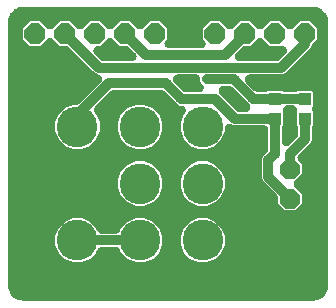
<source format=gbr>
G04 EAGLE Gerber RS-274X export*
G75*
%MOMM*%
%FSLAX34Y34*%
%LPD*%
%INTop Copper*%
%IPPOS*%
%AMOC8*
5,1,8,0,0,1.08239X$1,22.5*%
G01*
%ADD10P,1.814519X8X292.500000*%
%ADD11R,1.100000X1.000000*%
%ADD12P,1.924489X8X112.500000*%
%ADD13C,3.450000*%
%ADD14C,0.812800*%
%ADD15C,0.600000*%

G36*
X261137Y2520D02*
X261137Y2520D01*
X261258Y2520D01*
X262951Y2687D01*
X263152Y2721D01*
X263353Y2747D01*
X263415Y2766D01*
X263513Y2782D01*
X264055Y2956D01*
X264085Y2970D01*
X264108Y2977D01*
X267235Y4272D01*
X267340Y4325D01*
X267450Y4369D01*
X267595Y4452D01*
X267745Y4527D01*
X267842Y4594D01*
X267944Y4652D01*
X268033Y4725D01*
X268214Y4850D01*
X268463Y5079D01*
X268553Y5153D01*
X270947Y7547D01*
X271024Y7636D01*
X271109Y7718D01*
X271211Y7851D01*
X271321Y7977D01*
X271385Y8076D01*
X271457Y8169D01*
X271511Y8270D01*
X271630Y8455D01*
X271773Y8762D01*
X271828Y8865D01*
X273123Y11992D01*
X273188Y12186D01*
X273260Y12376D01*
X273272Y12439D01*
X273304Y12533D01*
X273407Y13093D01*
X273408Y13126D01*
X273413Y13149D01*
X273580Y14842D01*
X273587Y15119D01*
X273599Y15240D01*
X273599Y238660D01*
X273580Y238937D01*
X273580Y239058D01*
X273413Y240751D01*
X273379Y240952D01*
X273353Y241153D01*
X273334Y241215D01*
X273318Y241313D01*
X273144Y241855D01*
X273130Y241885D01*
X273123Y241908D01*
X271828Y245035D01*
X271775Y245140D01*
X271731Y245250D01*
X271648Y245395D01*
X271573Y245545D01*
X271506Y245642D01*
X271448Y245744D01*
X271375Y245833D01*
X271250Y246014D01*
X271021Y246263D01*
X270947Y246353D01*
X268553Y248747D01*
X268464Y248824D01*
X268382Y248909D01*
X268249Y249011D01*
X268123Y249121D01*
X268024Y249185D01*
X267931Y249257D01*
X267830Y249311D01*
X267645Y249430D01*
X267338Y249573D01*
X267235Y249628D01*
X264108Y250923D01*
X263914Y250988D01*
X263724Y251060D01*
X263661Y251072D01*
X263567Y251104D01*
X263007Y251207D01*
X262974Y251208D01*
X262951Y251213D01*
X261258Y251380D01*
X260981Y251387D01*
X260860Y251399D01*
X15240Y251399D01*
X14963Y251380D01*
X14842Y251380D01*
X13149Y251213D01*
X12948Y251179D01*
X12747Y251153D01*
X12685Y251134D01*
X12587Y251118D01*
X12045Y250944D01*
X12015Y250930D01*
X11992Y250923D01*
X8865Y249628D01*
X8760Y249575D01*
X8650Y249531D01*
X8505Y249448D01*
X8355Y249373D01*
X8258Y249306D01*
X8156Y249248D01*
X8067Y249175D01*
X7886Y249050D01*
X7637Y248821D01*
X7547Y248747D01*
X5153Y246353D01*
X5076Y246264D01*
X4991Y246182D01*
X4889Y246049D01*
X4779Y245923D01*
X4715Y245824D01*
X4643Y245731D01*
X4589Y245630D01*
X4470Y245445D01*
X4327Y245138D01*
X4272Y245035D01*
X2977Y241908D01*
X2912Y241714D01*
X2840Y241524D01*
X2828Y241461D01*
X2796Y241367D01*
X2693Y240807D01*
X2692Y240774D01*
X2687Y240751D01*
X2520Y239058D01*
X2513Y238781D01*
X2501Y238660D01*
X2501Y15240D01*
X2520Y14963D01*
X2520Y14842D01*
X2687Y13149D01*
X2721Y12948D01*
X2747Y12747D01*
X2766Y12685D01*
X2782Y12587D01*
X2956Y12045D01*
X2970Y12015D01*
X2977Y11992D01*
X4272Y8865D01*
X4325Y8760D01*
X4369Y8650D01*
X4452Y8505D01*
X4527Y8355D01*
X4594Y8258D01*
X4652Y8156D01*
X4725Y8067D01*
X4850Y7886D01*
X5079Y7637D01*
X5153Y7547D01*
X7547Y5153D01*
X7636Y5076D01*
X7718Y4991D01*
X7850Y4889D01*
X7977Y4779D01*
X8076Y4715D01*
X8169Y4643D01*
X8270Y4589D01*
X8455Y4470D01*
X8762Y4327D01*
X8865Y4272D01*
X11992Y2977D01*
X12186Y2912D01*
X12376Y2840D01*
X12439Y2828D01*
X12533Y2796D01*
X13093Y2693D01*
X13126Y2692D01*
X13149Y2687D01*
X14842Y2520D01*
X15119Y2513D01*
X15240Y2501D01*
X260860Y2501D01*
X261137Y2520D01*
G37*
%LPC*%
G36*
X237206Y79017D02*
X237206Y79017D01*
X231417Y84806D01*
X231417Y89230D01*
X231413Y89290D01*
X231415Y89351D01*
X231393Y89574D01*
X231377Y89798D01*
X231365Y89858D01*
X231359Y89917D01*
X231305Y90136D01*
X231258Y90356D01*
X231238Y90412D01*
X231223Y90471D01*
X231140Y90680D01*
X231062Y90891D01*
X231034Y90944D01*
X231012Y91000D01*
X230900Y91195D01*
X230794Y91393D01*
X230758Y91442D01*
X230728Y91494D01*
X230653Y91585D01*
X230457Y91853D01*
X230300Y92014D01*
X230227Y92103D01*
X218040Y104290D01*
X217193Y106335D01*
X217193Y122265D01*
X218040Y124310D01*
X221845Y128115D01*
X221885Y128160D01*
X221929Y128201D01*
X222071Y128375D01*
X222219Y128545D01*
X222252Y128596D01*
X222290Y128642D01*
X222407Y128835D01*
X222529Y129023D01*
X222554Y129078D01*
X222585Y129130D01*
X222674Y129336D01*
X222769Y129540D01*
X222786Y129598D01*
X222810Y129653D01*
X222868Y129870D01*
X222934Y130085D01*
X222943Y130145D01*
X222959Y130203D01*
X222970Y130320D01*
X223021Y130648D01*
X223024Y130873D01*
X223035Y130988D01*
X223035Y146972D01*
X223019Y147201D01*
X223009Y147432D01*
X222999Y147486D01*
X222995Y147540D01*
X222947Y147766D01*
X222905Y147992D01*
X222888Y148044D01*
X222876Y148098D01*
X222797Y148314D01*
X222724Y148532D01*
X222699Y148581D01*
X222680Y148633D01*
X222572Y148836D01*
X222469Y149041D01*
X222438Y149087D01*
X222412Y149135D01*
X222276Y149321D01*
X222145Y149510D01*
X222108Y149551D01*
X222075Y149595D01*
X221915Y149760D01*
X221759Y149929D01*
X221716Y149964D01*
X221678Y150003D01*
X221496Y150144D01*
X221318Y150290D01*
X221270Y150318D01*
X221227Y150352D01*
X221027Y150466D01*
X220830Y150585D01*
X220780Y150607D01*
X220732Y150634D01*
X220518Y150719D01*
X220307Y150810D01*
X220254Y150824D01*
X220203Y150844D01*
X219978Y150899D01*
X219757Y150959D01*
X219713Y150963D01*
X219649Y150979D01*
X219082Y151034D01*
X219016Y151031D01*
X218972Y151035D01*
X193575Y151035D01*
X191669Y151825D01*
X191505Y151880D01*
X191345Y151943D01*
X191235Y151970D01*
X191129Y152005D01*
X190959Y152037D01*
X190791Y152077D01*
X190679Y152088D01*
X190568Y152109D01*
X190396Y152116D01*
X190224Y152133D01*
X190111Y152128D01*
X189999Y152133D01*
X189827Y152116D01*
X189654Y152108D01*
X189544Y152088D01*
X189432Y152076D01*
X189264Y152036D01*
X189094Y152004D01*
X188988Y151968D01*
X188878Y151942D01*
X188718Y151878D01*
X188554Y151823D01*
X188453Y151772D01*
X188349Y151731D01*
X188199Y151645D01*
X188045Y151568D01*
X187952Y151504D01*
X187854Y151448D01*
X187718Y151342D01*
X187576Y151244D01*
X187493Y151167D01*
X187404Y151099D01*
X187284Y150975D01*
X187157Y150858D01*
X187086Y150770D01*
X187007Y150690D01*
X186906Y150550D01*
X186796Y150416D01*
X186738Y150320D01*
X186671Y150229D01*
X186590Y150077D01*
X186501Y149929D01*
X186456Y149826D01*
X186403Y149727D01*
X186344Y149564D01*
X186276Y149406D01*
X186247Y149297D01*
X186208Y149191D01*
X186172Y149022D01*
X186127Y148856D01*
X186119Y148771D01*
X186090Y148634D01*
X186052Y148084D01*
X186051Y148071D01*
X186051Y145870D01*
X183196Y138979D01*
X177921Y133704D01*
X171030Y130849D01*
X163570Y130849D01*
X156679Y133704D01*
X151404Y138979D01*
X148549Y145870D01*
X148549Y153330D01*
X151404Y160221D01*
X151909Y160727D01*
X151985Y160814D01*
X152067Y160894D01*
X152172Y161029D01*
X152283Y161157D01*
X152346Y161254D01*
X152416Y161345D01*
X152500Y161493D01*
X152593Y161635D01*
X152641Y161740D01*
X152698Y161840D01*
X152761Y161998D01*
X152833Y162152D01*
X152866Y162262D01*
X152909Y162369D01*
X152949Y162535D01*
X152998Y162697D01*
X153016Y162811D01*
X153043Y162923D01*
X153059Y163092D01*
X153085Y163260D01*
X153087Y163375D01*
X153098Y163490D01*
X153091Y163660D01*
X153093Y163830D01*
X153078Y163944D01*
X153073Y164060D01*
X153042Y164227D01*
X153021Y164395D01*
X152990Y164507D01*
X152969Y164620D01*
X152915Y164781D01*
X152870Y164945D01*
X152825Y165051D01*
X152788Y165160D01*
X152712Y165312D01*
X152645Y165468D01*
X152585Y165566D01*
X152533Y165669D01*
X152436Y165809D01*
X152348Y165954D01*
X152275Y166043D01*
X152209Y166138D01*
X152094Y166263D01*
X151986Y166395D01*
X151901Y166472D01*
X151823Y166557D01*
X151691Y166665D01*
X151566Y166780D01*
X151471Y166845D01*
X151382Y166918D01*
X151236Y167006D01*
X151096Y167102D01*
X150993Y167154D01*
X150895Y167213D01*
X150738Y167280D01*
X150586Y167356D01*
X150477Y167392D01*
X150371Y167438D01*
X150207Y167482D01*
X150046Y167536D01*
X149932Y167557D01*
X149821Y167587D01*
X149706Y167598D01*
X149485Y167638D01*
X149153Y167652D01*
X149036Y167663D01*
X148245Y167663D01*
X146200Y168510D01*
X135029Y179681D01*
X134984Y179721D01*
X134943Y179765D01*
X134769Y179907D01*
X134599Y180055D01*
X134548Y180088D01*
X134502Y180126D01*
X134309Y180243D01*
X134121Y180365D01*
X134066Y180390D01*
X134014Y180421D01*
X133808Y180510D01*
X133604Y180605D01*
X133546Y180622D01*
X133491Y180646D01*
X133274Y180704D01*
X133059Y180770D01*
X132999Y180779D01*
X132941Y180795D01*
X132824Y180806D01*
X132496Y180857D01*
X132271Y180860D01*
X132156Y180871D01*
X92126Y180871D01*
X92066Y180867D01*
X92005Y180869D01*
X91782Y180847D01*
X91558Y180831D01*
X91498Y180819D01*
X91439Y180813D01*
X91220Y180759D01*
X91000Y180712D01*
X90944Y180692D01*
X90885Y180677D01*
X90676Y180594D01*
X90465Y180516D01*
X90412Y180488D01*
X90356Y180466D01*
X90161Y180354D01*
X89963Y180248D01*
X89914Y180212D01*
X89862Y180182D01*
X89771Y180107D01*
X89503Y179911D01*
X89342Y179754D01*
X89253Y179681D01*
X76368Y166796D01*
X76217Y166622D01*
X76061Y166453D01*
X76030Y166407D01*
X75994Y166366D01*
X75869Y166173D01*
X75739Y165983D01*
X75714Y165934D01*
X75684Y165888D01*
X75587Y165679D01*
X75485Y165473D01*
X75468Y165421D01*
X75444Y165371D01*
X75377Y165150D01*
X75305Y164932D01*
X75295Y164878D01*
X75279Y164826D01*
X75244Y164598D01*
X75203Y164372D01*
X75200Y164317D01*
X75192Y164262D01*
X75189Y164033D01*
X75179Y163802D01*
X75185Y163748D01*
X75184Y163693D01*
X75213Y163464D01*
X75236Y163235D01*
X75249Y163182D01*
X75256Y163128D01*
X75317Y162905D01*
X75372Y162682D01*
X75392Y162631D01*
X75407Y162578D01*
X75498Y162366D01*
X75583Y162153D01*
X75611Y162105D01*
X75633Y162055D01*
X75753Y161858D01*
X75867Y161659D01*
X75895Y161624D01*
X75929Y161568D01*
X76291Y161128D01*
X76339Y161084D01*
X76368Y161050D01*
X77196Y160221D01*
X80051Y153330D01*
X80051Y145870D01*
X77196Y138979D01*
X71921Y133704D01*
X65030Y130849D01*
X57570Y130849D01*
X50679Y133704D01*
X45404Y138979D01*
X42549Y145870D01*
X42549Y153330D01*
X45404Y160221D01*
X50679Y165496D01*
X57570Y168351D01*
X60500Y168351D01*
X60560Y168355D01*
X60620Y168353D01*
X60844Y168375D01*
X61068Y168391D01*
X61128Y168403D01*
X61187Y168409D01*
X61406Y168463D01*
X61626Y168510D01*
X61682Y168530D01*
X61741Y168545D01*
X61950Y168628D01*
X62161Y168706D01*
X62214Y168734D01*
X62270Y168756D01*
X62465Y168868D01*
X62663Y168974D01*
X62712Y169010D01*
X62764Y169040D01*
X62855Y169115D01*
X63123Y169311D01*
X63284Y169468D01*
X63373Y169541D01*
X80975Y187143D01*
X81051Y187230D01*
X81133Y187310D01*
X81237Y187445D01*
X81349Y187573D01*
X81412Y187670D01*
X81482Y187761D01*
X81566Y187909D01*
X81659Y188051D01*
X81707Y188156D01*
X81764Y188256D01*
X81827Y188414D01*
X81899Y188568D01*
X81932Y188678D01*
X81974Y188785D01*
X82014Y188951D01*
X82064Y189113D01*
X82081Y189227D01*
X82109Y189339D01*
X82125Y189509D01*
X82151Y189676D01*
X82153Y189791D01*
X82164Y189906D01*
X82156Y190076D01*
X82159Y190246D01*
X82144Y190360D01*
X82139Y190476D01*
X82108Y190643D01*
X82087Y190811D01*
X82056Y190923D01*
X82035Y191036D01*
X81981Y191197D01*
X81936Y191361D01*
X81891Y191467D01*
X81854Y191576D01*
X81778Y191728D01*
X81710Y191884D01*
X81650Y191982D01*
X81599Y192085D01*
X81502Y192225D01*
X81414Y192370D01*
X81340Y192459D01*
X81275Y192554D01*
X81160Y192679D01*
X81052Y192811D01*
X80967Y192888D01*
X80889Y192973D01*
X80757Y193081D01*
X80632Y193196D01*
X80537Y193261D01*
X80448Y193334D01*
X80302Y193422D01*
X80162Y193518D01*
X80059Y193570D01*
X79960Y193629D01*
X79804Y193696D01*
X79652Y193772D01*
X79542Y193808D01*
X79437Y193854D01*
X79273Y193898D01*
X79111Y193952D01*
X78998Y193973D01*
X78887Y194003D01*
X78817Y194010D01*
X76604Y194926D01*
X74467Y197063D01*
X54511Y217019D01*
X54466Y217059D01*
X54425Y217103D01*
X54251Y217245D01*
X54081Y217393D01*
X54030Y217426D01*
X53984Y217464D01*
X53791Y217581D01*
X53603Y217703D01*
X53548Y217728D01*
X53496Y217759D01*
X53290Y217848D01*
X53086Y217943D01*
X53028Y217960D01*
X52973Y217984D01*
X52756Y218042D01*
X52541Y218108D01*
X52481Y218117D01*
X52423Y218133D01*
X52306Y218144D01*
X51978Y218195D01*
X51753Y218198D01*
X51638Y218209D01*
X46496Y218209D01*
X40973Y223732D01*
X40799Y223883D01*
X40630Y224039D01*
X40584Y224070D01*
X40543Y224106D01*
X40350Y224231D01*
X40160Y224361D01*
X40111Y224386D01*
X40065Y224416D01*
X39856Y224513D01*
X39650Y224615D01*
X39598Y224632D01*
X39548Y224656D01*
X39327Y224722D01*
X39109Y224795D01*
X39055Y224805D01*
X39003Y224821D01*
X38775Y224856D01*
X38549Y224897D01*
X38494Y224900D01*
X38440Y224908D01*
X38210Y224911D01*
X37979Y224920D01*
X37925Y224915D01*
X37870Y224916D01*
X37641Y224887D01*
X37412Y224864D01*
X37359Y224851D01*
X37305Y224844D01*
X37082Y224783D01*
X36859Y224728D01*
X36808Y224708D01*
X36755Y224693D01*
X36544Y224602D01*
X36330Y224517D01*
X36282Y224489D01*
X36232Y224467D01*
X36035Y224348D01*
X35836Y224233D01*
X35802Y224205D01*
X35746Y224171D01*
X35305Y223809D01*
X35261Y223760D01*
X35227Y223732D01*
X29704Y218209D01*
X21096Y218209D01*
X15009Y224296D01*
X15009Y232904D01*
X21096Y238991D01*
X29704Y238991D01*
X35227Y233468D01*
X35401Y233317D01*
X35570Y233161D01*
X35616Y233130D01*
X35657Y233094D01*
X35850Y232969D01*
X36040Y232839D01*
X36089Y232814D01*
X36135Y232784D01*
X36344Y232687D01*
X36550Y232585D01*
X36602Y232568D01*
X36652Y232544D01*
X36872Y232478D01*
X37091Y232405D01*
X37145Y232395D01*
X37197Y232379D01*
X37424Y232344D01*
X37651Y232303D01*
X37706Y232300D01*
X37760Y232292D01*
X37990Y232289D01*
X38221Y232280D01*
X38275Y232285D01*
X38330Y232284D01*
X38558Y232313D01*
X38787Y232336D01*
X38841Y232349D01*
X38895Y232356D01*
X39118Y232417D01*
X39341Y232472D01*
X39392Y232492D01*
X39445Y232507D01*
X39656Y232598D01*
X39870Y232683D01*
X39918Y232711D01*
X39968Y232733D01*
X40165Y232852D01*
X40364Y232967D01*
X40398Y232995D01*
X40454Y233029D01*
X40895Y233391D01*
X40939Y233440D01*
X40973Y233468D01*
X46496Y238991D01*
X55104Y238991D01*
X60627Y233468D01*
X60801Y233317D01*
X60970Y233161D01*
X61016Y233130D01*
X61057Y233094D01*
X61250Y232969D01*
X61440Y232839D01*
X61489Y232814D01*
X61535Y232784D01*
X61744Y232687D01*
X61950Y232585D01*
X62002Y232568D01*
X62052Y232544D01*
X62272Y232478D01*
X62491Y232405D01*
X62545Y232395D01*
X62597Y232379D01*
X62824Y232344D01*
X63051Y232303D01*
X63106Y232300D01*
X63160Y232292D01*
X63390Y232289D01*
X63621Y232280D01*
X63675Y232285D01*
X63730Y232284D01*
X63958Y232313D01*
X64187Y232336D01*
X64241Y232349D01*
X64295Y232356D01*
X64518Y232417D01*
X64741Y232472D01*
X64792Y232492D01*
X64845Y232507D01*
X65056Y232598D01*
X65270Y232683D01*
X65318Y232711D01*
X65368Y232733D01*
X65565Y232852D01*
X65764Y232967D01*
X65798Y232995D01*
X65854Y233029D01*
X66295Y233391D01*
X66339Y233440D01*
X66373Y233468D01*
X71896Y238991D01*
X80504Y238991D01*
X86027Y233468D01*
X86201Y233317D01*
X86370Y233161D01*
X86416Y233130D01*
X86457Y233094D01*
X86650Y232969D01*
X86840Y232839D01*
X86889Y232814D01*
X86935Y232784D01*
X87144Y232687D01*
X87350Y232585D01*
X87402Y232568D01*
X87452Y232544D01*
X87672Y232478D01*
X87891Y232405D01*
X87945Y232395D01*
X87997Y232379D01*
X88224Y232344D01*
X88451Y232303D01*
X88506Y232300D01*
X88560Y232292D01*
X88790Y232289D01*
X89021Y232280D01*
X89075Y232285D01*
X89130Y232284D01*
X89358Y232313D01*
X89587Y232336D01*
X89641Y232349D01*
X89695Y232356D01*
X89918Y232417D01*
X90141Y232472D01*
X90192Y232492D01*
X90245Y232507D01*
X90456Y232598D01*
X90670Y232683D01*
X90718Y232711D01*
X90768Y232733D01*
X90965Y232852D01*
X91164Y232967D01*
X91198Y232995D01*
X91254Y233029D01*
X91695Y233391D01*
X91739Y233440D01*
X91773Y233468D01*
X97296Y238991D01*
X105904Y238991D01*
X111427Y233468D01*
X111601Y233317D01*
X111770Y233161D01*
X111816Y233130D01*
X111857Y233094D01*
X112050Y232969D01*
X112240Y232839D01*
X112289Y232814D01*
X112335Y232784D01*
X112544Y232687D01*
X112750Y232585D01*
X112802Y232568D01*
X112852Y232544D01*
X113072Y232478D01*
X113291Y232405D01*
X113345Y232395D01*
X113397Y232379D01*
X113624Y232344D01*
X113851Y232303D01*
X113906Y232300D01*
X113960Y232292D01*
X114190Y232289D01*
X114421Y232280D01*
X114475Y232285D01*
X114530Y232284D01*
X114758Y232313D01*
X114987Y232336D01*
X115041Y232349D01*
X115095Y232356D01*
X115318Y232417D01*
X115541Y232472D01*
X115592Y232492D01*
X115645Y232507D01*
X115856Y232598D01*
X116070Y232683D01*
X116118Y232711D01*
X116168Y232733D01*
X116365Y232852D01*
X116564Y232967D01*
X116598Y232995D01*
X116654Y233029D01*
X117095Y233391D01*
X117139Y233440D01*
X117173Y233468D01*
X122696Y238991D01*
X131304Y238991D01*
X137391Y232904D01*
X137391Y224296D01*
X136162Y223067D01*
X136086Y222980D01*
X136004Y222900D01*
X135899Y222765D01*
X135788Y222637D01*
X135726Y222540D01*
X135655Y222449D01*
X135571Y222302D01*
X135478Y222159D01*
X135430Y222054D01*
X135373Y221954D01*
X135310Y221796D01*
X135238Y221642D01*
X135205Y221532D01*
X135163Y221425D01*
X135122Y221259D01*
X135073Y221097D01*
X135056Y220983D01*
X135028Y220871D01*
X135012Y220701D01*
X134986Y220534D01*
X134984Y220419D01*
X134973Y220304D01*
X134981Y220134D01*
X134978Y219964D01*
X134993Y219850D01*
X134998Y219734D01*
X135029Y219567D01*
X135050Y219399D01*
X135081Y219287D01*
X135102Y219174D01*
X135156Y219013D01*
X135201Y218849D01*
X135246Y218743D01*
X135283Y218634D01*
X135359Y218482D01*
X135427Y218326D01*
X135487Y218228D01*
X135538Y218125D01*
X135635Y217985D01*
X135723Y217840D01*
X135797Y217751D01*
X135862Y217656D01*
X135977Y217531D01*
X136085Y217399D01*
X136170Y217322D01*
X136248Y217237D01*
X136380Y217129D01*
X136505Y217014D01*
X136600Y216949D01*
X136689Y216876D01*
X136835Y216788D01*
X136975Y216692D01*
X137078Y216640D01*
X137177Y216581D01*
X137333Y216514D01*
X137485Y216438D01*
X137595Y216402D01*
X137700Y216356D01*
X137864Y216312D01*
X138026Y216258D01*
X138139Y216237D01*
X138250Y216207D01*
X138365Y216196D01*
X138586Y216156D01*
X138918Y216142D01*
X139035Y216131D01*
X165765Y216131D01*
X165880Y216139D01*
X165995Y216137D01*
X166164Y216159D01*
X166333Y216171D01*
X166446Y216195D01*
X166560Y216209D01*
X166724Y216254D01*
X166891Y216290D01*
X166999Y216329D01*
X167110Y216360D01*
X167266Y216427D01*
X167426Y216486D01*
X167527Y216540D01*
X167633Y216586D01*
X167778Y216674D01*
X167928Y216754D01*
X168021Y216822D01*
X168120Y216882D01*
X168251Y216990D01*
X168388Y217091D01*
X168471Y217171D01*
X168560Y217244D01*
X168674Y217370D01*
X168796Y217488D01*
X168867Y217579D01*
X168945Y217664D01*
X169041Y217804D01*
X169145Y217939D01*
X169202Y218039D01*
X169267Y218134D01*
X169343Y218286D01*
X169427Y218434D01*
X169470Y218541D01*
X169521Y218644D01*
X169575Y218805D01*
X169637Y218963D01*
X169665Y219076D01*
X169701Y219185D01*
X169731Y219352D01*
X169772Y219517D01*
X169783Y219632D01*
X169803Y219745D01*
X169810Y219915D01*
X169827Y220084D01*
X169822Y220199D01*
X169827Y220315D01*
X169810Y220484D01*
X169802Y220654D01*
X169781Y220767D01*
X169770Y220882D01*
X169729Y221047D01*
X169698Y221214D01*
X169662Y221323D01*
X169634Y221435D01*
X169571Y221593D01*
X169517Y221754D01*
X169465Y221857D01*
X169423Y221964D01*
X169338Y222111D01*
X169262Y222263D01*
X169196Y222358D01*
X169139Y222458D01*
X169066Y222547D01*
X168938Y222732D01*
X168713Y222976D01*
X168638Y223067D01*
X167409Y224296D01*
X167409Y232904D01*
X173496Y238991D01*
X182104Y238991D01*
X187627Y233468D01*
X187801Y233317D01*
X187970Y233161D01*
X188016Y233130D01*
X188057Y233094D01*
X188250Y232969D01*
X188440Y232839D01*
X188489Y232814D01*
X188535Y232784D01*
X188744Y232687D01*
X188950Y232585D01*
X189002Y232568D01*
X189052Y232544D01*
X189272Y232478D01*
X189491Y232405D01*
X189545Y232395D01*
X189597Y232379D01*
X189824Y232344D01*
X190051Y232303D01*
X190106Y232300D01*
X190160Y232292D01*
X190390Y232289D01*
X190621Y232280D01*
X190675Y232285D01*
X190730Y232284D01*
X190958Y232313D01*
X191187Y232336D01*
X191241Y232349D01*
X191295Y232356D01*
X191518Y232417D01*
X191741Y232472D01*
X191792Y232492D01*
X191845Y232507D01*
X192056Y232598D01*
X192270Y232683D01*
X192318Y232711D01*
X192368Y232733D01*
X192565Y232852D01*
X192764Y232967D01*
X192798Y232995D01*
X192854Y233029D01*
X193295Y233391D01*
X193339Y233440D01*
X193373Y233468D01*
X198896Y238991D01*
X207504Y238991D01*
X213027Y233468D01*
X213201Y233317D01*
X213370Y233161D01*
X213416Y233130D01*
X213457Y233094D01*
X213650Y232969D01*
X213840Y232839D01*
X213889Y232814D01*
X213935Y232784D01*
X214144Y232687D01*
X214350Y232585D01*
X214402Y232568D01*
X214452Y232544D01*
X214672Y232478D01*
X214891Y232405D01*
X214945Y232395D01*
X214997Y232379D01*
X215224Y232344D01*
X215451Y232303D01*
X215506Y232300D01*
X215560Y232292D01*
X215790Y232289D01*
X216021Y232280D01*
X216075Y232285D01*
X216130Y232284D01*
X216358Y232313D01*
X216587Y232336D01*
X216641Y232349D01*
X216695Y232356D01*
X216918Y232417D01*
X217141Y232472D01*
X217192Y232492D01*
X217245Y232507D01*
X217456Y232598D01*
X217670Y232683D01*
X217718Y232711D01*
X217768Y232733D01*
X217965Y232852D01*
X218164Y232967D01*
X218198Y232995D01*
X218254Y233029D01*
X218695Y233391D01*
X218739Y233440D01*
X218773Y233468D01*
X224296Y238991D01*
X232904Y238991D01*
X238427Y233468D01*
X238601Y233317D01*
X238770Y233161D01*
X238816Y233130D01*
X238857Y233094D01*
X239050Y232969D01*
X239240Y232839D01*
X239289Y232814D01*
X239335Y232784D01*
X239544Y232687D01*
X239750Y232585D01*
X239802Y232568D01*
X239852Y232544D01*
X240072Y232478D01*
X240291Y232405D01*
X240345Y232395D01*
X240397Y232379D01*
X240624Y232344D01*
X240851Y232303D01*
X240906Y232300D01*
X240960Y232292D01*
X241190Y232289D01*
X241421Y232280D01*
X241475Y232285D01*
X241530Y232284D01*
X241758Y232313D01*
X241987Y232336D01*
X242041Y232349D01*
X242095Y232356D01*
X242318Y232417D01*
X242541Y232472D01*
X242592Y232492D01*
X242645Y232507D01*
X242856Y232598D01*
X243070Y232683D01*
X243118Y232711D01*
X243168Y232733D01*
X243365Y232852D01*
X243564Y232967D01*
X243598Y232995D01*
X243654Y233029D01*
X244095Y233391D01*
X244139Y233440D01*
X244173Y233468D01*
X249696Y238991D01*
X258304Y238991D01*
X264391Y232904D01*
X264391Y224296D01*
X260570Y220475D01*
X260492Y220386D01*
X260408Y220304D01*
X260306Y220171D01*
X260196Y220045D01*
X260132Y219946D01*
X260060Y219852D01*
X260006Y219752D01*
X259886Y219567D01*
X259744Y219260D01*
X259689Y219157D01*
X258718Y216812D01*
X236832Y194926D01*
X234787Y194079D01*
X207140Y194079D01*
X207025Y194071D01*
X206910Y194073D01*
X206741Y194051D01*
X206572Y194039D01*
X206459Y194015D01*
X206345Y194001D01*
X206180Y193956D01*
X206014Y193920D01*
X205906Y193881D01*
X205795Y193850D01*
X205639Y193783D01*
X205479Y193724D01*
X205378Y193670D01*
X205272Y193624D01*
X205127Y193536D01*
X204977Y193456D01*
X204884Y193388D01*
X204786Y193328D01*
X204654Y193220D01*
X204517Y193119D01*
X204434Y193039D01*
X204345Y192966D01*
X204231Y192841D01*
X204109Y192722D01*
X204038Y192631D01*
X203960Y192546D01*
X203864Y192406D01*
X203760Y192271D01*
X203703Y192171D01*
X203638Y192076D01*
X203562Y191924D01*
X203478Y191776D01*
X203435Y191669D01*
X203384Y191566D01*
X203330Y191405D01*
X203268Y191247D01*
X203240Y191134D01*
X203204Y191025D01*
X203174Y190858D01*
X203133Y190693D01*
X203122Y190578D01*
X203102Y190465D01*
X203095Y190295D01*
X203078Y190126D01*
X203083Y190011D01*
X203079Y189895D01*
X203095Y189726D01*
X203103Y189556D01*
X203124Y189443D01*
X203135Y189329D01*
X203176Y189163D01*
X203207Y188996D01*
X203243Y188887D01*
X203271Y188775D01*
X203334Y188617D01*
X203388Y188456D01*
X203440Y188353D01*
X203482Y188246D01*
X203567Y188099D01*
X203643Y187947D01*
X203709Y187852D01*
X203766Y187752D01*
X203839Y187663D01*
X203967Y187478D01*
X204192Y187234D01*
X204267Y187143D01*
X211055Y180355D01*
X211100Y180315D01*
X211141Y180271D01*
X211316Y180128D01*
X211485Y179981D01*
X211536Y179948D01*
X211582Y179910D01*
X211775Y179793D01*
X211963Y179671D01*
X212018Y179646D01*
X212070Y179615D01*
X212276Y179526D01*
X212480Y179431D01*
X212538Y179414D01*
X212593Y179390D01*
X212810Y179331D01*
X213025Y179266D01*
X213085Y179257D01*
X213143Y179241D01*
X213261Y179230D01*
X213588Y179179D01*
X213813Y179176D01*
X213928Y179165D01*
X219859Y179165D01*
X219920Y179169D01*
X219980Y179167D01*
X220204Y179189D01*
X220428Y179205D01*
X220487Y179217D01*
X220547Y179223D01*
X220765Y179277D01*
X220985Y179324D01*
X221042Y179345D01*
X221100Y179359D01*
X221309Y179442D01*
X221520Y179520D01*
X221573Y179548D01*
X221629Y179571D01*
X221824Y179682D01*
X222022Y179788D01*
X222071Y179824D01*
X222124Y179854D01*
X222215Y179929D01*
X222449Y180101D01*
X234760Y180101D01*
X234898Y179981D01*
X234948Y179948D01*
X234995Y179910D01*
X235187Y179793D01*
X235376Y179671D01*
X235431Y179646D01*
X235482Y179615D01*
X235689Y179526D01*
X235893Y179432D01*
X235950Y179414D01*
X236006Y179390D01*
X236222Y179332D01*
X236438Y179266D01*
X236498Y179257D01*
X236556Y179241D01*
X236673Y179230D01*
X237001Y179179D01*
X237226Y179176D01*
X237341Y179165D01*
X245259Y179165D01*
X245319Y179169D01*
X245380Y179167D01*
X245603Y179189D01*
X245828Y179205D01*
X245887Y179217D01*
X245947Y179223D01*
X246165Y179277D01*
X246385Y179324D01*
X246441Y179344D01*
X246500Y179359D01*
X246709Y179442D01*
X246920Y179520D01*
X246973Y179548D01*
X247029Y179570D01*
X247224Y179682D01*
X247422Y179788D01*
X247471Y179824D01*
X247524Y179854D01*
X247615Y179929D01*
X247849Y180101D01*
X260122Y180101D01*
X261001Y179222D01*
X261001Y167978D01*
X260995Y167973D01*
X260844Y167799D01*
X260689Y167630D01*
X260658Y167584D01*
X260622Y167543D01*
X260497Y167350D01*
X260366Y167160D01*
X260342Y167111D01*
X260312Y167065D01*
X260215Y166856D01*
X260113Y166650D01*
X260095Y166598D01*
X260072Y166548D01*
X260005Y166327D01*
X259933Y166109D01*
X259923Y166055D01*
X259907Y166003D01*
X259872Y165775D01*
X259830Y165549D01*
X259828Y165494D01*
X259820Y165440D01*
X259817Y165210D01*
X259807Y164979D01*
X259813Y164925D01*
X259812Y164870D01*
X259841Y164642D01*
X259864Y164412D01*
X259877Y164359D01*
X259884Y164305D01*
X259945Y164082D01*
X260000Y163859D01*
X260020Y163808D01*
X260034Y163755D01*
X260126Y163543D01*
X260211Y163330D01*
X260238Y163282D01*
X260260Y163232D01*
X260380Y163035D01*
X260495Y162836D01*
X260523Y162802D01*
X260557Y162746D01*
X260764Y162494D01*
X260765Y162492D01*
X260766Y162491D01*
X260919Y162305D01*
X260967Y162261D01*
X260996Y162227D01*
X261001Y162222D01*
X261001Y150978D01*
X260755Y150732D01*
X260715Y150687D01*
X260671Y150646D01*
X260529Y150472D01*
X260381Y150302D01*
X260348Y150252D01*
X260310Y150205D01*
X260193Y150013D01*
X260071Y149824D01*
X260046Y149769D01*
X260015Y149718D01*
X259926Y149511D01*
X259831Y149307D01*
X259814Y149249D01*
X259790Y149194D01*
X259732Y148977D01*
X259666Y148762D01*
X259657Y148702D01*
X259641Y148644D01*
X259630Y148527D01*
X259579Y148199D01*
X259576Y147974D01*
X259565Y147859D01*
X259565Y138593D01*
X258718Y136548D01*
X256581Y134411D01*
X248746Y126576D01*
X248595Y126402D01*
X248440Y126233D01*
X248409Y126188D01*
X248372Y126146D01*
X248247Y125953D01*
X248117Y125763D01*
X248093Y125714D01*
X248063Y125668D01*
X247966Y125459D01*
X247863Y125253D01*
X247846Y125201D01*
X247823Y125151D01*
X247756Y124931D01*
X247683Y124713D01*
X247674Y124659D01*
X247658Y124606D01*
X247622Y124379D01*
X247581Y124152D01*
X247579Y124097D01*
X247570Y124043D01*
X247567Y123813D01*
X247558Y123583D01*
X247563Y123528D01*
X247563Y123473D01*
X247592Y123245D01*
X247615Y123016D01*
X247628Y122963D01*
X247635Y122908D01*
X247695Y122686D01*
X247750Y122462D01*
X247771Y122411D01*
X247785Y122358D01*
X247876Y122147D01*
X247962Y121933D01*
X247989Y121886D01*
X248011Y121835D01*
X248131Y121639D01*
X248245Y121439D01*
X248274Y121405D01*
X248308Y121349D01*
X248670Y120909D01*
X248718Y120864D01*
X248746Y120830D01*
X251183Y118394D01*
X251183Y110206D01*
X245449Y104473D01*
X245298Y104299D01*
X245143Y104130D01*
X245112Y104084D01*
X245076Y104043D01*
X244950Y103850D01*
X244820Y103660D01*
X244796Y103611D01*
X244766Y103565D01*
X244669Y103356D01*
X244567Y103150D01*
X244549Y103098D01*
X244526Y103048D01*
X244459Y102828D01*
X244387Y102609D01*
X244377Y102555D01*
X244361Y102503D01*
X244326Y102276D01*
X244284Y102049D01*
X244282Y101994D01*
X244274Y101940D01*
X244270Y101710D01*
X244261Y101479D01*
X244267Y101425D01*
X244266Y101370D01*
X244295Y101142D01*
X244318Y100913D01*
X244331Y100859D01*
X244338Y100805D01*
X244399Y100582D01*
X244453Y100359D01*
X244474Y100308D01*
X244488Y100255D01*
X244580Y100044D01*
X244665Y99830D01*
X244692Y99782D01*
X244714Y99732D01*
X244834Y99535D01*
X244949Y99336D01*
X244977Y99302D01*
X245011Y99246D01*
X245373Y98805D01*
X245421Y98761D01*
X245449Y98727D01*
X251183Y92994D01*
X251183Y84806D01*
X245394Y79017D01*
X237206Y79017D01*
G37*
%LPD*%
%LPC*%
G36*
X57570Y34849D02*
X57570Y34849D01*
X50679Y37704D01*
X45404Y42979D01*
X42549Y49870D01*
X42549Y57330D01*
X45404Y64221D01*
X50679Y69496D01*
X57570Y72351D01*
X65030Y72351D01*
X71921Y69496D01*
X77196Y64221D01*
X78252Y61673D01*
X78253Y61671D01*
X78254Y61668D01*
X78384Y61407D01*
X78506Y61163D01*
X78508Y61161D01*
X78509Y61159D01*
X78680Y60911D01*
X78829Y60694D01*
X78831Y60692D01*
X78833Y60690D01*
X79029Y60477D01*
X79215Y60275D01*
X79217Y60273D01*
X79219Y60271D01*
X79441Y60089D01*
X79656Y59913D01*
X79658Y59912D01*
X79660Y59910D01*
X79903Y59763D01*
X80142Y59617D01*
X80145Y59616D01*
X80147Y59615D01*
X80401Y59506D01*
X80666Y59392D01*
X80668Y59391D01*
X80671Y59390D01*
X80936Y59318D01*
X81216Y59242D01*
X81218Y59242D01*
X81221Y59241D01*
X81234Y59240D01*
X81781Y59171D01*
X81921Y59173D01*
X82006Y59165D01*
X93594Y59165D01*
X93597Y59165D01*
X93600Y59165D01*
X93876Y59185D01*
X94163Y59205D01*
X94166Y59205D01*
X94168Y59205D01*
X94438Y59264D01*
X94720Y59324D01*
X94722Y59325D01*
X94725Y59325D01*
X94982Y59420D01*
X95255Y59520D01*
X95258Y59521D01*
X95260Y59522D01*
X95494Y59647D01*
X95757Y59788D01*
X95760Y59790D01*
X95762Y59791D01*
X95990Y59959D01*
X96217Y60125D01*
X96219Y60127D01*
X96221Y60128D01*
X96427Y60329D01*
X96626Y60522D01*
X96627Y60524D01*
X96629Y60526D01*
X96809Y60759D01*
X96974Y60973D01*
X96976Y60975D01*
X96977Y60977D01*
X96984Y60990D01*
X97257Y61468D01*
X97308Y61598D01*
X97348Y61673D01*
X98404Y64221D01*
X103679Y69496D01*
X110570Y72351D01*
X118030Y72351D01*
X124921Y69496D01*
X130196Y64221D01*
X133051Y57330D01*
X133051Y49870D01*
X130196Y42979D01*
X124921Y37704D01*
X118030Y34849D01*
X110570Y34849D01*
X103679Y37704D01*
X98404Y42979D01*
X97348Y45527D01*
X97347Y45529D01*
X97346Y45532D01*
X97216Y45793D01*
X97094Y46037D01*
X97092Y46039D01*
X97091Y46041D01*
X96930Y46275D01*
X96771Y46506D01*
X96769Y46508D01*
X96767Y46510D01*
X96571Y46723D01*
X96385Y46925D01*
X96383Y46927D01*
X96381Y46929D01*
X96159Y47111D01*
X95944Y47287D01*
X95942Y47288D01*
X95940Y47290D01*
X95697Y47437D01*
X95458Y47583D01*
X95455Y47584D01*
X95453Y47585D01*
X95199Y47694D01*
X94934Y47808D01*
X94932Y47809D01*
X94929Y47810D01*
X94664Y47882D01*
X94384Y47958D01*
X94382Y47958D01*
X94379Y47959D01*
X94366Y47960D01*
X93819Y48029D01*
X93679Y48027D01*
X93594Y48035D01*
X82006Y48035D01*
X82003Y48035D01*
X82000Y48035D01*
X81724Y48015D01*
X81437Y47995D01*
X81434Y47995D01*
X81432Y47995D01*
X81160Y47936D01*
X80880Y47876D01*
X80878Y47875D01*
X80875Y47875D01*
X80618Y47780D01*
X80345Y47680D01*
X80342Y47679D01*
X80340Y47678D01*
X80106Y47553D01*
X79843Y47412D01*
X79840Y47410D01*
X79838Y47409D01*
X79610Y47241D01*
X79383Y47075D01*
X79381Y47073D01*
X79379Y47072D01*
X79173Y46871D01*
X78974Y46678D01*
X78973Y46676D01*
X78971Y46674D01*
X78790Y46439D01*
X78626Y46227D01*
X78624Y46225D01*
X78623Y46223D01*
X78616Y46210D01*
X78343Y45732D01*
X78292Y45602D01*
X78252Y45527D01*
X77196Y42979D01*
X71921Y37704D01*
X65030Y34849D01*
X57570Y34849D01*
G37*
%LPD*%
%LPC*%
G36*
X110570Y130849D02*
X110570Y130849D01*
X103679Y133704D01*
X98404Y138979D01*
X95549Y145870D01*
X95549Y153330D01*
X98404Y160221D01*
X103679Y165496D01*
X110570Y168351D01*
X118030Y168351D01*
X124921Y165496D01*
X130196Y160221D01*
X133051Y153330D01*
X133051Y145870D01*
X130196Y138979D01*
X124921Y133704D01*
X118030Y130849D01*
X110570Y130849D01*
G37*
%LPD*%
%LPC*%
G36*
X163570Y82849D02*
X163570Y82849D01*
X156679Y85704D01*
X151404Y90979D01*
X148549Y97870D01*
X148549Y105330D01*
X151404Y112221D01*
X156679Y117496D01*
X163570Y120351D01*
X171030Y120351D01*
X177921Y117496D01*
X183196Y112221D01*
X186051Y105330D01*
X186051Y97870D01*
X183196Y90979D01*
X177921Y85704D01*
X171030Y82849D01*
X163570Y82849D01*
G37*
%LPD*%
%LPC*%
G36*
X110570Y82849D02*
X110570Y82849D01*
X103679Y85704D01*
X98404Y90979D01*
X95549Y97870D01*
X95549Y105330D01*
X98404Y112221D01*
X103679Y117496D01*
X110570Y120351D01*
X118030Y120351D01*
X124921Y117496D01*
X130196Y112221D01*
X133051Y105330D01*
X133051Y97870D01*
X130196Y90979D01*
X124921Y85704D01*
X118030Y82849D01*
X110570Y82849D01*
G37*
%LPD*%
%LPC*%
G36*
X163570Y34849D02*
X163570Y34849D01*
X156679Y37704D01*
X151404Y42979D01*
X148549Y49870D01*
X148549Y57330D01*
X151404Y64221D01*
X156679Y69496D01*
X163570Y72351D01*
X171030Y72351D01*
X177921Y69496D01*
X183196Y64221D01*
X186051Y57330D01*
X186051Y49870D01*
X183196Y42979D01*
X177921Y37704D01*
X171030Y34849D01*
X163570Y34849D01*
G37*
%LPD*%
G36*
X229752Y205213D02*
X229752Y205213D01*
X229812Y205211D01*
X230036Y205233D01*
X230260Y205249D01*
X230320Y205261D01*
X230379Y205267D01*
X230598Y205321D01*
X230818Y205368D01*
X230874Y205388D01*
X230933Y205403D01*
X231141Y205486D01*
X231353Y205564D01*
X231406Y205592D01*
X231462Y205614D01*
X231657Y205726D01*
X231855Y205832D01*
X231904Y205868D01*
X231956Y205898D01*
X232047Y205973D01*
X232315Y206169D01*
X232476Y206326D01*
X232565Y206399D01*
X237439Y211273D01*
X237515Y211360D01*
X237597Y211440D01*
X237701Y211575D01*
X237813Y211703D01*
X237876Y211800D01*
X237946Y211891D01*
X238030Y212038D01*
X238123Y212181D01*
X238171Y212286D01*
X238228Y212386D01*
X238291Y212544D01*
X238363Y212698D01*
X238396Y212808D01*
X238438Y212915D01*
X238479Y213081D01*
X238528Y213243D01*
X238545Y213357D01*
X238573Y213469D01*
X238589Y213639D01*
X238615Y213806D01*
X238617Y213921D01*
X238628Y214036D01*
X238620Y214206D01*
X238623Y214376D01*
X238608Y214490D01*
X238603Y214606D01*
X238572Y214773D01*
X238551Y214941D01*
X238520Y215053D01*
X238499Y215166D01*
X238445Y215327D01*
X238400Y215491D01*
X238355Y215597D01*
X238318Y215706D01*
X238242Y215858D01*
X238174Y216014D01*
X238114Y216112D01*
X238063Y216215D01*
X237966Y216355D01*
X237878Y216500D01*
X237804Y216589D01*
X237739Y216684D01*
X237624Y216809D01*
X237516Y216941D01*
X237431Y217018D01*
X237353Y217103D01*
X237221Y217211D01*
X237096Y217326D01*
X237001Y217391D01*
X236912Y217464D01*
X236766Y217552D01*
X236626Y217648D01*
X236523Y217700D01*
X236424Y217759D01*
X236268Y217826D01*
X236116Y217902D01*
X236006Y217938D01*
X235901Y217984D01*
X235737Y218028D01*
X235575Y218082D01*
X235462Y218103D01*
X235351Y218133D01*
X235236Y218144D01*
X235015Y218184D01*
X234683Y218198D01*
X234566Y218209D01*
X224296Y218209D01*
X218773Y223732D01*
X218599Y223883D01*
X218430Y224039D01*
X218384Y224070D01*
X218343Y224106D01*
X218150Y224231D01*
X217960Y224361D01*
X217911Y224386D01*
X217865Y224416D01*
X217656Y224513D01*
X217450Y224615D01*
X217398Y224632D01*
X217348Y224656D01*
X217127Y224722D01*
X216909Y224795D01*
X216855Y224805D01*
X216803Y224821D01*
X216575Y224856D01*
X216349Y224897D01*
X216294Y224900D01*
X216240Y224908D01*
X216010Y224911D01*
X215779Y224920D01*
X215725Y224915D01*
X215670Y224916D01*
X215441Y224887D01*
X215212Y224864D01*
X215159Y224851D01*
X215105Y224844D01*
X214882Y224783D01*
X214659Y224728D01*
X214608Y224708D01*
X214555Y224693D01*
X214344Y224602D01*
X214130Y224517D01*
X214082Y224489D01*
X214032Y224467D01*
X213835Y224348D01*
X213636Y224233D01*
X213602Y224205D01*
X213546Y224171D01*
X213105Y223809D01*
X213061Y223760D01*
X213027Y223732D01*
X207504Y218209D01*
X203632Y218209D01*
X203572Y218205D01*
X203512Y218207D01*
X203288Y218185D01*
X203064Y218169D01*
X203004Y218157D01*
X202945Y218151D01*
X202726Y218097D01*
X202506Y218050D01*
X202450Y218030D01*
X202391Y218015D01*
X202183Y217932D01*
X201971Y217854D01*
X201918Y217826D01*
X201862Y217804D01*
X201667Y217692D01*
X201469Y217586D01*
X201420Y217550D01*
X201368Y217520D01*
X201277Y217445D01*
X201009Y217249D01*
X200848Y217092D01*
X200759Y217019D01*
X195885Y212145D01*
X195809Y212058D01*
X195727Y211978D01*
X195623Y211843D01*
X195511Y211715D01*
X195448Y211618D01*
X195378Y211527D01*
X195294Y211380D01*
X195201Y211237D01*
X195153Y211132D01*
X195096Y211032D01*
X195033Y210874D01*
X194961Y210720D01*
X194928Y210610D01*
X194886Y210503D01*
X194845Y210337D01*
X194796Y210175D01*
X194779Y210061D01*
X194751Y209949D01*
X194735Y209779D01*
X194709Y209612D01*
X194707Y209497D01*
X194696Y209382D01*
X194704Y209212D01*
X194701Y209042D01*
X194716Y208928D01*
X194721Y208812D01*
X194752Y208645D01*
X194773Y208477D01*
X194804Y208365D01*
X194825Y208252D01*
X194879Y208091D01*
X194924Y207927D01*
X194969Y207821D01*
X195006Y207712D01*
X195082Y207560D01*
X195150Y207404D01*
X195210Y207306D01*
X195261Y207203D01*
X195358Y207063D01*
X195446Y206918D01*
X195520Y206829D01*
X195585Y206734D01*
X195700Y206609D01*
X195808Y206477D01*
X195893Y206400D01*
X195971Y206315D01*
X196103Y206207D01*
X196228Y206092D01*
X196323Y206027D01*
X196412Y205954D01*
X196558Y205866D01*
X196698Y205770D01*
X196801Y205718D01*
X196900Y205659D01*
X197056Y205592D01*
X197208Y205516D01*
X197318Y205480D01*
X197423Y205434D01*
X197587Y205390D01*
X197749Y205336D01*
X197862Y205315D01*
X197973Y205285D01*
X198088Y205274D01*
X198309Y205234D01*
X198641Y205220D01*
X198758Y205209D01*
X229692Y205209D01*
X229752Y205213D01*
G37*
G36*
X107427Y205217D02*
X107427Y205217D01*
X107542Y205215D01*
X107711Y205237D01*
X107880Y205249D01*
X107993Y205273D01*
X108107Y205287D01*
X108272Y205332D01*
X108438Y205368D01*
X108546Y205407D01*
X108657Y205438D01*
X108813Y205505D01*
X108973Y205564D01*
X109074Y205618D01*
X109180Y205664D01*
X109325Y205752D01*
X109475Y205832D01*
X109568Y205900D01*
X109666Y205960D01*
X109798Y206068D01*
X109935Y206169D01*
X110017Y206249D01*
X110107Y206322D01*
X110221Y206448D01*
X110343Y206566D01*
X110414Y206657D01*
X110492Y206742D01*
X110588Y206882D01*
X110692Y207017D01*
X110749Y207117D01*
X110814Y207212D01*
X110890Y207364D01*
X110974Y207512D01*
X111017Y207619D01*
X111068Y207722D01*
X111122Y207883D01*
X111184Y208041D01*
X111212Y208154D01*
X111248Y208263D01*
X111278Y208430D01*
X111319Y208595D01*
X111330Y208710D01*
X111350Y208823D01*
X111357Y208993D01*
X111374Y209162D01*
X111369Y209277D01*
X111373Y209393D01*
X111357Y209562D01*
X111349Y209732D01*
X111328Y209845D01*
X111317Y209959D01*
X111276Y210125D01*
X111245Y210292D01*
X111209Y210401D01*
X111181Y210513D01*
X111118Y210671D01*
X111064Y210832D01*
X111012Y210935D01*
X110969Y211042D01*
X110885Y211189D01*
X110809Y211341D01*
X110743Y211436D01*
X110686Y211536D01*
X110613Y211625D01*
X110485Y211810D01*
X110260Y212054D01*
X110185Y212145D01*
X105311Y217019D01*
X105266Y217059D01*
X105225Y217103D01*
X105050Y217246D01*
X104881Y217393D01*
X104830Y217426D01*
X104784Y217464D01*
X104591Y217581D01*
X104403Y217703D01*
X104348Y217728D01*
X104296Y217759D01*
X104090Y217848D01*
X103886Y217943D01*
X103828Y217960D01*
X103773Y217984D01*
X103556Y218043D01*
X103341Y218108D01*
X103281Y218117D01*
X103223Y218133D01*
X103105Y218144D01*
X102778Y218195D01*
X102553Y218198D01*
X102438Y218209D01*
X97296Y218209D01*
X91773Y223732D01*
X91599Y223883D01*
X91430Y224039D01*
X91384Y224070D01*
X91343Y224106D01*
X91150Y224231D01*
X90960Y224361D01*
X90911Y224386D01*
X90865Y224416D01*
X90656Y224513D01*
X90450Y224615D01*
X90398Y224632D01*
X90348Y224656D01*
X90127Y224722D01*
X89909Y224795D01*
X89855Y224805D01*
X89803Y224821D01*
X89575Y224856D01*
X89349Y224897D01*
X89294Y224900D01*
X89240Y224908D01*
X89010Y224911D01*
X88779Y224920D01*
X88725Y224915D01*
X88670Y224916D01*
X88441Y224887D01*
X88212Y224864D01*
X88159Y224851D01*
X88105Y224844D01*
X87882Y224783D01*
X87659Y224728D01*
X87608Y224708D01*
X87555Y224693D01*
X87344Y224602D01*
X87130Y224517D01*
X87082Y224489D01*
X87032Y224467D01*
X86835Y224348D01*
X86636Y224233D01*
X86602Y224205D01*
X86546Y224171D01*
X86105Y223809D01*
X86061Y223760D01*
X86027Y223732D01*
X80504Y218209D01*
X78870Y218209D01*
X78755Y218201D01*
X78640Y218203D01*
X78471Y218181D01*
X78302Y218169D01*
X78189Y218145D01*
X78075Y218131D01*
X77910Y218086D01*
X77744Y218050D01*
X77636Y218011D01*
X77525Y217980D01*
X77369Y217913D01*
X77209Y217854D01*
X77108Y217800D01*
X77002Y217754D01*
X76857Y217666D01*
X76707Y217586D01*
X76614Y217518D01*
X76516Y217458D01*
X76384Y217350D01*
X76247Y217249D01*
X76164Y217169D01*
X76075Y217096D01*
X75961Y216971D01*
X75839Y216852D01*
X75768Y216761D01*
X75690Y216676D01*
X75594Y216536D01*
X75490Y216401D01*
X75433Y216301D01*
X75368Y216206D01*
X75292Y216054D01*
X75208Y215906D01*
X75165Y215799D01*
X75114Y215696D01*
X75060Y215535D01*
X74998Y215377D01*
X74970Y215264D01*
X74934Y215155D01*
X74904Y214988D01*
X74863Y214823D01*
X74852Y214708D01*
X74832Y214595D01*
X74825Y214425D01*
X74808Y214256D01*
X74813Y214141D01*
X74809Y214025D01*
X74825Y213856D01*
X74833Y213686D01*
X74854Y213573D01*
X74865Y213459D01*
X74906Y213293D01*
X74937Y213126D01*
X74973Y213017D01*
X75001Y212905D01*
X75064Y212747D01*
X75118Y212586D01*
X75170Y212483D01*
X75212Y212376D01*
X75297Y212229D01*
X75373Y212077D01*
X75439Y211982D01*
X75496Y211882D01*
X75569Y211793D01*
X75697Y211608D01*
X75922Y211364D01*
X75997Y211273D01*
X80871Y206399D01*
X80916Y206359D01*
X80957Y206315D01*
X81131Y206173D01*
X81301Y206025D01*
X81352Y205992D01*
X81398Y205954D01*
X81591Y205837D01*
X81779Y205715D01*
X81834Y205690D01*
X81886Y205659D01*
X82092Y205570D01*
X82296Y205475D01*
X82354Y205458D01*
X82409Y205434D01*
X82626Y205376D01*
X82841Y205310D01*
X82901Y205301D01*
X82959Y205285D01*
X83076Y205274D01*
X83404Y205223D01*
X83629Y205220D01*
X83744Y205209D01*
X107312Y205209D01*
X107427Y205217D01*
G37*
G36*
X238233Y133487D02*
X238233Y133487D01*
X238349Y133483D01*
X238518Y133499D01*
X238688Y133507D01*
X238801Y133528D01*
X238915Y133539D01*
X239081Y133580D01*
X239248Y133611D01*
X239357Y133647D01*
X239469Y133675D01*
X239627Y133738D01*
X239788Y133792D01*
X239891Y133844D01*
X239998Y133886D01*
X240145Y133971D01*
X240297Y134047D01*
X240392Y134113D01*
X240492Y134170D01*
X240581Y134243D01*
X240766Y134371D01*
X241010Y134596D01*
X241101Y134671D01*
X247245Y140815D01*
X247285Y140860D01*
X247329Y140901D01*
X247472Y141076D01*
X247619Y141245D01*
X247652Y141296D01*
X247690Y141342D01*
X247807Y141535D01*
X247929Y141723D01*
X247954Y141778D01*
X247985Y141830D01*
X248074Y142036D01*
X248169Y142240D01*
X248186Y142298D01*
X248210Y142353D01*
X248269Y142570D01*
X248334Y142785D01*
X248343Y142845D01*
X248359Y142903D01*
X248370Y143021D01*
X248421Y143348D01*
X248424Y143573D01*
X248435Y143688D01*
X248435Y147859D01*
X248431Y147919D01*
X248433Y147980D01*
X248411Y148203D01*
X248395Y148428D01*
X248383Y148487D01*
X248377Y148547D01*
X248323Y148765D01*
X248276Y148985D01*
X248256Y149041D01*
X248241Y149100D01*
X248158Y149309D01*
X248080Y149520D01*
X248052Y149573D01*
X248030Y149629D01*
X247918Y149824D01*
X247812Y150022D01*
X247776Y150071D01*
X247746Y150124D01*
X247671Y150215D01*
X247475Y150482D01*
X247318Y150643D01*
X247245Y150732D01*
X246999Y150978D01*
X246999Y163251D01*
X247010Y163295D01*
X247026Y163464D01*
X247052Y163631D01*
X247054Y163747D01*
X247065Y163862D01*
X247058Y164032D01*
X247060Y164201D01*
X247046Y164316D01*
X247041Y164432D01*
X247010Y164598D01*
X246988Y164766D01*
X246958Y164878D01*
X246937Y164992D01*
X246883Y165152D01*
X246838Y165316D01*
X246792Y165422D01*
X246755Y165532D01*
X246679Y165684D01*
X246612Y165839D01*
X246552Y165938D01*
X246500Y166041D01*
X246404Y166181D01*
X246316Y166326D01*
X246242Y166415D01*
X246176Y166510D01*
X246061Y166635D01*
X245954Y166766D01*
X245869Y166844D01*
X245790Y166929D01*
X245659Y167037D01*
X245534Y167151D01*
X245439Y167217D01*
X245349Y167290D01*
X245204Y167378D01*
X245064Y167474D01*
X244961Y167525D01*
X244862Y167585D01*
X244706Y167652D01*
X244554Y167728D01*
X244444Y167764D01*
X244338Y167810D01*
X244175Y167854D01*
X244014Y167908D01*
X243900Y167929D01*
X243788Y167959D01*
X243674Y167970D01*
X243453Y168010D01*
X243120Y168024D01*
X243003Y168035D01*
X239597Y168035D01*
X239481Y168027D01*
X239366Y168029D01*
X239197Y168007D01*
X239028Y167995D01*
X238915Y167971D01*
X238800Y167956D01*
X238637Y167912D01*
X238471Y167876D01*
X238363Y167837D01*
X238251Y167806D01*
X238095Y167739D01*
X237936Y167680D01*
X237834Y167626D01*
X237728Y167580D01*
X237583Y167492D01*
X237434Y167412D01*
X237340Y167343D01*
X237241Y167283D01*
X237110Y167175D01*
X236974Y167075D01*
X236891Y166995D01*
X236801Y166921D01*
X236687Y166796D01*
X236565Y166678D01*
X236494Y166586D01*
X236416Y166501D01*
X236320Y166361D01*
X236217Y166227D01*
X236159Y166127D01*
X236094Y166031D01*
X236019Y165880D01*
X235934Y165732D01*
X235892Y165624D01*
X235840Y165521D01*
X235787Y165360D01*
X235724Y165203D01*
X235697Y165090D01*
X235660Y164980D01*
X235630Y164814D01*
X235590Y164649D01*
X235579Y164534D01*
X235558Y164420D01*
X235551Y164251D01*
X235535Y164082D01*
X235540Y163966D01*
X235535Y163851D01*
X235552Y163682D01*
X235559Y163512D01*
X235581Y163399D01*
X235592Y163284D01*
X235601Y163248D01*
X235601Y150978D01*
X235355Y150732D01*
X235315Y150687D01*
X235271Y150646D01*
X235129Y150472D01*
X234981Y150302D01*
X234948Y150252D01*
X234910Y150205D01*
X234793Y150013D01*
X234671Y149824D01*
X234646Y149769D01*
X234615Y149718D01*
X234526Y149511D01*
X234431Y149307D01*
X234414Y149249D01*
X234390Y149194D01*
X234332Y148977D01*
X234266Y148762D01*
X234257Y148702D01*
X234241Y148644D01*
X234230Y148527D01*
X234179Y148199D01*
X234176Y147974D01*
X234165Y147859D01*
X234165Y137544D01*
X234173Y137429D01*
X234171Y137314D01*
X234193Y137145D01*
X234205Y136976D01*
X234229Y136863D01*
X234243Y136749D01*
X234288Y136584D01*
X234324Y136418D01*
X234363Y136310D01*
X234394Y136199D01*
X234461Y136043D01*
X234520Y135883D01*
X234574Y135782D01*
X234620Y135676D01*
X234708Y135531D01*
X234788Y135381D01*
X234856Y135288D01*
X234916Y135190D01*
X235024Y135058D01*
X235125Y134921D01*
X235205Y134838D01*
X235278Y134749D01*
X235403Y134635D01*
X235522Y134513D01*
X235613Y134442D01*
X235698Y134364D01*
X235838Y134268D01*
X235973Y134164D01*
X236073Y134107D01*
X236168Y134042D01*
X236320Y133966D01*
X236468Y133882D01*
X236575Y133839D01*
X236678Y133788D01*
X236839Y133734D01*
X236997Y133672D01*
X237110Y133644D01*
X237219Y133608D01*
X237386Y133578D01*
X237551Y133537D01*
X237666Y133526D01*
X237779Y133506D01*
X237949Y133499D01*
X238118Y133482D01*
X238233Y133487D01*
G37*
G36*
X203811Y162173D02*
X203811Y162173D01*
X203926Y162171D01*
X204095Y162193D01*
X204264Y162205D01*
X204377Y162229D01*
X204491Y162243D01*
X204656Y162288D01*
X204822Y162324D01*
X204930Y162363D01*
X205041Y162394D01*
X205197Y162461D01*
X205357Y162520D01*
X205458Y162574D01*
X205564Y162620D01*
X205709Y162708D01*
X205859Y162788D01*
X205952Y162856D01*
X206050Y162916D01*
X206182Y163024D01*
X206319Y163125D01*
X206402Y163205D01*
X206491Y163278D01*
X206605Y163403D01*
X206727Y163522D01*
X206798Y163613D01*
X206876Y163698D01*
X206972Y163838D01*
X207076Y163973D01*
X207133Y164073D01*
X207198Y164168D01*
X207274Y164320D01*
X207358Y164468D01*
X207401Y164575D01*
X207452Y164678D01*
X207506Y164839D01*
X207568Y164997D01*
X207596Y165110D01*
X207632Y165219D01*
X207662Y165386D01*
X207703Y165551D01*
X207714Y165666D01*
X207734Y165779D01*
X207741Y165949D01*
X207758Y166118D01*
X207753Y166233D01*
X207757Y166349D01*
X207741Y166518D01*
X207733Y166688D01*
X207712Y166801D01*
X207701Y166915D01*
X207660Y167081D01*
X207629Y167248D01*
X207593Y167357D01*
X207565Y167469D01*
X207502Y167627D01*
X207448Y167788D01*
X207396Y167891D01*
X207354Y167998D01*
X207269Y168145D01*
X207193Y168297D01*
X207127Y168392D01*
X207070Y168492D01*
X206997Y168581D01*
X206869Y168766D01*
X206644Y169010D01*
X206569Y169101D01*
X192687Y182983D01*
X192642Y183023D01*
X192601Y183067D01*
X192427Y183209D01*
X192257Y183357D01*
X192206Y183390D01*
X192160Y183428D01*
X191967Y183545D01*
X191779Y183667D01*
X191724Y183692D01*
X191672Y183723D01*
X191466Y183812D01*
X191262Y183907D01*
X191204Y183924D01*
X191149Y183948D01*
X190932Y184007D01*
X190717Y184072D01*
X190657Y184081D01*
X190599Y184097D01*
X190482Y184108D01*
X190154Y184159D01*
X189929Y184162D01*
X189814Y184173D01*
X184788Y184173D01*
X184673Y184165D01*
X184558Y184167D01*
X184389Y184145D01*
X184220Y184133D01*
X184107Y184109D01*
X183993Y184095D01*
X183828Y184050D01*
X183662Y184014D01*
X183554Y183975D01*
X183443Y183944D01*
X183287Y183877D01*
X183127Y183818D01*
X183026Y183764D01*
X182920Y183718D01*
X182775Y183630D01*
X182625Y183550D01*
X182532Y183482D01*
X182434Y183422D01*
X182302Y183314D01*
X182165Y183213D01*
X182082Y183133D01*
X181993Y183060D01*
X181879Y182935D01*
X181757Y182816D01*
X181686Y182725D01*
X181608Y182640D01*
X181512Y182500D01*
X181408Y182365D01*
X181351Y182265D01*
X181286Y182170D01*
X181210Y182018D01*
X181126Y181870D01*
X181083Y181763D01*
X181032Y181660D01*
X180978Y181499D01*
X180916Y181341D01*
X180888Y181228D01*
X180852Y181119D01*
X180822Y180952D01*
X180781Y180787D01*
X180770Y180672D01*
X180750Y180559D01*
X180743Y180389D01*
X180726Y180220D01*
X180731Y180105D01*
X180727Y179989D01*
X180743Y179820D01*
X180751Y179650D01*
X180772Y179537D01*
X180783Y179423D01*
X180824Y179257D01*
X180855Y179090D01*
X180891Y178981D01*
X180919Y178869D01*
X180982Y178711D01*
X181036Y178550D01*
X181088Y178447D01*
X181130Y178340D01*
X181215Y178193D01*
X181291Y178041D01*
X181357Y177946D01*
X181414Y177846D01*
X181487Y177757D01*
X181615Y177572D01*
X181840Y177328D01*
X181915Y177237D01*
X195797Y163355D01*
X195842Y163315D01*
X195883Y163271D01*
X196057Y163129D01*
X196227Y162981D01*
X196278Y162948D01*
X196324Y162910D01*
X196517Y162793D01*
X196705Y162671D01*
X196760Y162646D01*
X196812Y162615D01*
X197018Y162526D01*
X197222Y162431D01*
X197280Y162414D01*
X197335Y162390D01*
X197552Y162331D01*
X197767Y162266D01*
X197827Y162257D01*
X197885Y162241D01*
X198002Y162230D01*
X198330Y162179D01*
X198555Y162176D01*
X198670Y162165D01*
X203696Y162165D01*
X203811Y162173D01*
G37*
G36*
X164323Y178801D02*
X164323Y178801D01*
X164438Y178799D01*
X164607Y178821D01*
X164776Y178833D01*
X164889Y178857D01*
X165003Y178871D01*
X165167Y178916D01*
X165334Y178952D01*
X165442Y178991D01*
X165553Y179022D01*
X165709Y179089D01*
X165869Y179148D01*
X165971Y179202D01*
X166076Y179248D01*
X166221Y179336D01*
X166371Y179416D01*
X166464Y179484D01*
X166563Y179544D01*
X166694Y179653D01*
X166831Y179753D01*
X166914Y179833D01*
X167003Y179906D01*
X167117Y180031D01*
X167239Y180150D01*
X167310Y180241D01*
X167388Y180326D01*
X167484Y180467D01*
X167588Y180601D01*
X167645Y180701D01*
X167710Y180796D01*
X167786Y180948D01*
X167870Y181096D01*
X167913Y181203D01*
X167964Y181306D01*
X168018Y181467D01*
X168080Y181625D01*
X168108Y181738D01*
X168144Y181847D01*
X168174Y182014D01*
X168215Y182179D01*
X168226Y182294D01*
X168246Y182407D01*
X168253Y182577D01*
X168270Y182746D01*
X168265Y182861D01*
X168269Y182977D01*
X168253Y183146D01*
X168245Y183316D01*
X168224Y183429D01*
X168213Y183544D01*
X168172Y183709D01*
X168141Y183876D01*
X168105Y183985D01*
X168077Y184097D01*
X168014Y184255D01*
X167960Y184416D01*
X167908Y184519D01*
X167865Y184626D01*
X167781Y184773D01*
X167705Y184925D01*
X167639Y185020D01*
X167582Y185120D01*
X167509Y185209D01*
X167381Y185394D01*
X167156Y185638D01*
X167081Y185729D01*
X166224Y186586D01*
X165377Y188631D01*
X165377Y190016D01*
X165361Y190245D01*
X165351Y190476D01*
X165341Y190530D01*
X165337Y190584D01*
X165289Y190810D01*
X165247Y191036D01*
X165230Y191088D01*
X165218Y191142D01*
X165139Y191358D01*
X165066Y191576D01*
X165041Y191625D01*
X165022Y191677D01*
X164914Y191880D01*
X164811Y192085D01*
X164780Y192131D01*
X164754Y192179D01*
X164618Y192365D01*
X164487Y192554D01*
X164450Y192595D01*
X164417Y192639D01*
X164257Y192804D01*
X164101Y192973D01*
X164058Y193008D01*
X164020Y193047D01*
X163838Y193188D01*
X163660Y193334D01*
X163612Y193362D01*
X163569Y193396D01*
X163369Y193510D01*
X163172Y193629D01*
X163122Y193651D01*
X163074Y193678D01*
X162860Y193763D01*
X162649Y193854D01*
X162596Y193868D01*
X162545Y193888D01*
X162320Y193943D01*
X162099Y194003D01*
X162055Y194007D01*
X161991Y194023D01*
X161424Y194078D01*
X161358Y194075D01*
X161314Y194079D01*
X146180Y194079D01*
X146065Y194071D01*
X145950Y194073D01*
X145781Y194051D01*
X145612Y194039D01*
X145499Y194015D01*
X145385Y194001D01*
X145220Y193956D01*
X145054Y193920D01*
X144946Y193881D01*
X144835Y193850D01*
X144679Y193783D01*
X144519Y193724D01*
X144418Y193670D01*
X144312Y193624D01*
X144167Y193536D01*
X144017Y193456D01*
X143924Y193388D01*
X143826Y193328D01*
X143694Y193220D01*
X143557Y193119D01*
X143474Y193039D01*
X143385Y192966D01*
X143271Y192841D01*
X143149Y192722D01*
X143078Y192631D01*
X143000Y192546D01*
X142904Y192406D01*
X142800Y192271D01*
X142743Y192171D01*
X142678Y192076D01*
X142602Y191924D01*
X142518Y191776D01*
X142475Y191669D01*
X142424Y191566D01*
X142370Y191405D01*
X142308Y191247D01*
X142280Y191134D01*
X142244Y191025D01*
X142214Y190858D01*
X142173Y190693D01*
X142162Y190578D01*
X142142Y190465D01*
X142135Y190295D01*
X142118Y190126D01*
X142123Y190011D01*
X142119Y189895D01*
X142135Y189726D01*
X142143Y189556D01*
X142164Y189443D01*
X142175Y189329D01*
X142216Y189163D01*
X142247Y188996D01*
X142283Y188887D01*
X142311Y188775D01*
X142374Y188617D01*
X142428Y188456D01*
X142480Y188353D01*
X142522Y188246D01*
X142607Y188099D01*
X142683Y187947D01*
X142749Y187852D01*
X142806Y187752D01*
X142879Y187663D01*
X143007Y187478D01*
X143232Y187234D01*
X143307Y187143D01*
X150467Y179983D01*
X150512Y179943D01*
X150553Y179899D01*
X150727Y179757D01*
X150897Y179609D01*
X150948Y179576D01*
X150994Y179538D01*
X151187Y179421D01*
X151375Y179299D01*
X151430Y179274D01*
X151482Y179243D01*
X151688Y179154D01*
X151892Y179059D01*
X151950Y179042D01*
X152005Y179018D01*
X152222Y178959D01*
X152437Y178894D01*
X152497Y178885D01*
X152555Y178869D01*
X152673Y178858D01*
X153000Y178807D01*
X153225Y178804D01*
X153340Y178793D01*
X164208Y178793D01*
X164323Y178801D01*
G37*
D10*
X241300Y114300D03*
X241300Y88900D03*
D11*
X254000Y156600D03*
X254000Y173600D03*
X228600Y156600D03*
X228600Y173600D03*
D12*
X25400Y228600D03*
X50800Y228600D03*
X76200Y228600D03*
X101600Y228600D03*
X127000Y228600D03*
X152400Y228600D03*
X177800Y228600D03*
X203200Y228600D03*
X228600Y228600D03*
X254000Y228600D03*
D13*
X167300Y53600D03*
X114300Y53600D03*
X61300Y53600D03*
X167300Y101600D03*
X114300Y101600D03*
X61300Y101600D03*
X167300Y149600D03*
X114300Y149600D03*
X61300Y149600D03*
D14*
X241300Y127000D02*
X241300Y114300D01*
X241300Y127000D02*
X254000Y139700D01*
X254000Y156600D01*
X254000Y173600D02*
X228600Y173600D01*
D15*
X170942Y189738D03*
D14*
X193802Y189738D01*
X209940Y173600D02*
X228600Y173600D01*
X209940Y173600D02*
X193802Y189738D01*
D15*
X10160Y150876D03*
X12446Y183134D03*
X15494Y200152D03*
X13970Y110744D03*
X18034Y26924D03*
X53848Y16256D03*
X20574Y47752D03*
X247396Y44958D03*
X257302Y102870D03*
X267970Y135128D03*
X240030Y141986D03*
X260858Y197612D03*
X242316Y189992D03*
X267970Y185166D03*
X222504Y28448D03*
X239268Y20574D03*
X264922Y13462D03*
X268986Y71374D03*
X224028Y67310D03*
X219710Y48006D03*
X76454Y10414D03*
X11684Y11938D03*
X10668Y243586D03*
X8636Y223012D03*
X39370Y241300D03*
X68834Y248158D03*
X89408Y239776D03*
X118364Y246380D03*
X140208Y241300D03*
X165100Y246888D03*
X187706Y242316D03*
X200914Y245872D03*
X225298Y246126D03*
X215138Y241046D03*
X241808Y241554D03*
X264414Y246126D03*
X270256Y215646D03*
X260350Y209804D03*
X251460Y245618D03*
X211582Y188976D03*
X12192Y81280D03*
X164846Y11176D03*
X112268Y10668D03*
X138938Y9906D03*
X227076Y12446D03*
X235966Y55118D03*
X254000Y71374D03*
X269748Y115824D03*
X265938Y86360D03*
X269240Y158496D03*
X214376Y213360D03*
X100076Y246380D03*
X62484Y240792D03*
X222504Y89408D03*
X25400Y179324D03*
X40894Y176530D03*
X30226Y157734D03*
X26162Y133350D03*
X31242Y115316D03*
X47498Y124206D03*
X35560Y88138D03*
X30988Y98552D03*
X33020Y62230D03*
X33782Y38100D03*
X79756Y27940D03*
X82042Y78740D03*
X86868Y106934D03*
X76708Y124460D03*
X106172Y127000D03*
X122174Y124714D03*
X102108Y173736D03*
X127254Y173228D03*
X139700Y155448D03*
X154686Y125476D03*
X176530Y126238D03*
X161036Y77216D03*
X200406Y109220D03*
X190754Y93726D03*
X204470Y60960D03*
X130048Y77216D03*
X100076Y78486D03*
X88392Y38608D03*
X64770Y26670D03*
X115062Y27178D03*
X49022Y78232D03*
X57658Y176784D03*
X198882Y25654D03*
X159512Y26162D03*
X141732Y27178D03*
X140208Y55626D03*
X182626Y28702D03*
X198120Y41910D03*
X240538Y34798D03*
X202692Y209804D03*
X56642Y203962D03*
X27940Y205740D03*
X31242Y189738D03*
X141224Y167640D03*
X89154Y67056D03*
X81026Y211328D03*
X105156Y212090D03*
X64262Y199390D03*
X154432Y186690D03*
X189230Y141478D03*
X219202Y185166D03*
X115570Y176022D03*
X13208Y168656D03*
X187706Y177800D03*
D14*
X228600Y156600D02*
X228600Y127000D01*
X222758Y121158D01*
X222758Y107442D01*
X241300Y88900D01*
X61300Y149600D02*
X61300Y159598D01*
X194682Y156600D02*
X228600Y156600D01*
X88138Y186436D02*
X61300Y159598D01*
X88138Y186436D02*
X136144Y186436D01*
X149352Y173228D01*
X178054Y173228D02*
X194682Y156600D01*
X178054Y173228D02*
X149352Y173228D01*
X79756Y199644D02*
X50800Y228600D01*
X79756Y199644D02*
X233680Y199644D01*
X254000Y219964D01*
X254000Y228600D01*
X119634Y210566D02*
X101600Y228600D01*
X119634Y210566D02*
X186436Y210566D01*
X203200Y227330D01*
X203200Y228600D01*
X114300Y53600D02*
X61300Y53600D01*
M02*

</source>
